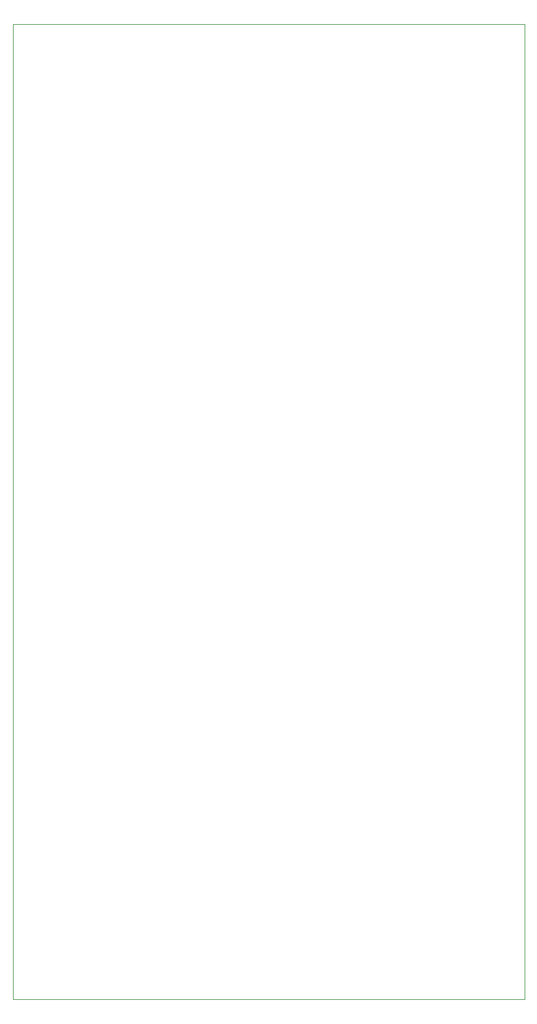
<source format=gbr>
G04 #@! TF.GenerationSoftware,KiCad,Pcbnew,5.1.5+dfsg1-2build2*
G04 #@! TF.CreationDate,2020-08-27T12:41:00+02:00*
G04 #@! TF.ProjectId,camera_board,63616d65-7261-45f6-926f-6172642e6b69,0*
G04 #@! TF.SameCoordinates,Original*
G04 #@! TF.FileFunction,Profile,NP*
%FSLAX46Y46*%
G04 Gerber Fmt 4.6, Leading zero omitted, Abs format (unit mm)*
G04 Created by KiCad (PCBNEW 5.1.5+dfsg1-2build2) date 2020-08-27 12:41:00*
%MOMM*%
%LPD*%
G04 APERTURE LIST*
%ADD10C,0.050000*%
G04 APERTURE END LIST*
D10*
X99218000Y-49492000D02*
X29238000Y-49492000D01*
X99218000Y-182842000D02*
X99218000Y-49492000D01*
X29238000Y-182842000D02*
X99218000Y-182842000D01*
X29238000Y-49492000D02*
X29238000Y-182842000D01*
M02*

</source>
